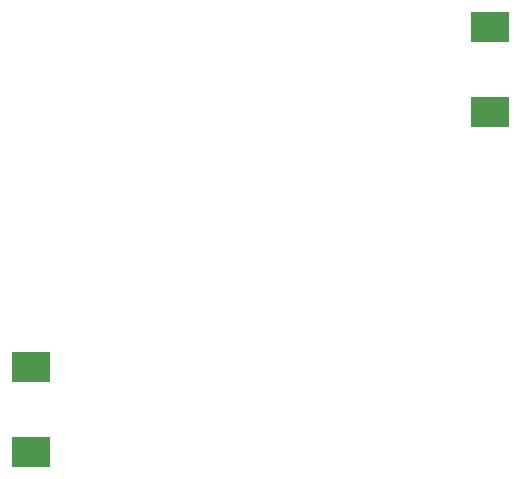
<source format=gbp>
G04 #@! TF.FileFunction,Paste,Bot*
%FSLAX46Y46*%
G04 Gerber Fmt 4.6, Leading zero omitted, Abs format (unit mm)*
G04 Created by KiCad (PCBNEW 4.0.1-stable) date 30.08.2016 22:59:35*
%MOMM*%
G01*
G04 APERTURE LIST*
%ADD10C,0.100000*%
%ADD11R,3.200000X2.600000*%
G04 APERTURE END LIST*
D10*
D11*
X159500000Y-89200000D03*
X159500000Y-82000000D03*
X120700000Y-110800000D03*
X120700000Y-118000000D03*
M02*

</source>
